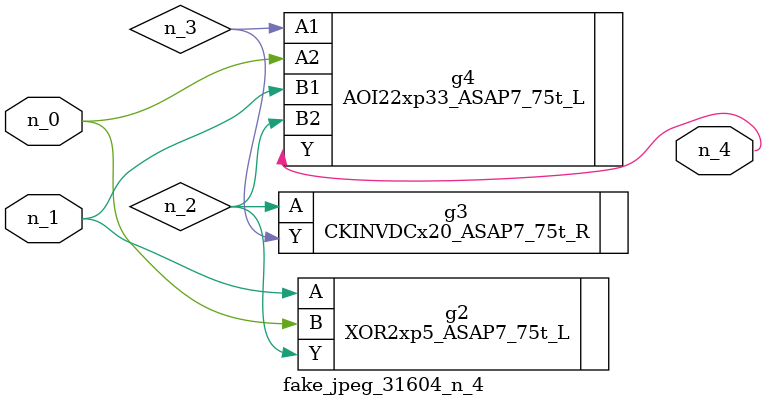
<source format=v>
module fake_jpeg_31604_n_4 (n_0, n_1, n_4);

input n_0;
input n_1;

output n_4;

wire n_2;
wire n_3;

XOR2xp5_ASAP7_75t_L g2 ( 
.A(n_1),
.B(n_0),
.Y(n_2)
);

CKINVDCx20_ASAP7_75t_R g3 ( 
.A(n_2),
.Y(n_3)
);

AOI22xp33_ASAP7_75t_L g4 ( 
.A1(n_3),
.A2(n_0),
.B1(n_1),
.B2(n_2),
.Y(n_4)
);


endmodule
</source>
